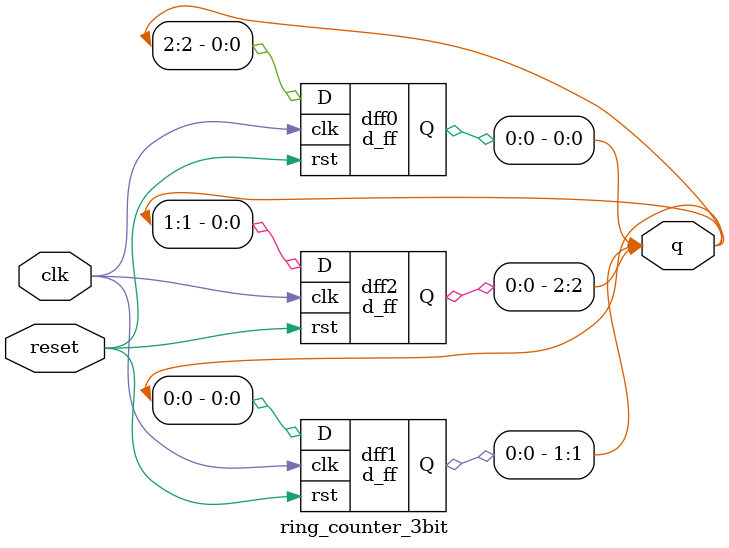
<source format=v>
module d_ff (input wire D, input wire clk, input wire rst, output reg Q);
always @(posedge clk) 
begin  
  if (rst)      Q<=1'b0;     // Asynchronous reset to 0   
 else      Q<=D;        // Sample D on rising edge of clock
end
endmodule

// 3-bit Ring Counter using D Flip-flop
module ring_counter_3bit(input clk, input reset, output [2:0] q);

// Ring counter: 001->010->100->001...
// Each D input gets the previous Q output (circular shift)
d_ff dff0(.D(q[2]), .clk(clk), .rst(reset), .Q(q[0]));
d_ff dff1(.D(q[0]), .clk(clk), .rst(reset), .Q(q[1]));
d_ff dff2(.D(q[1]), .clk(clk), .rst(reset), .Q(q[2]));

endmodule
</source>
